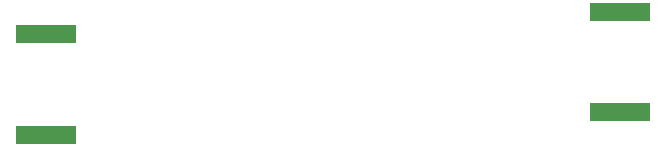
<source format=gbp>
G04 #@! TF.GenerationSoftware,KiCad,Pcbnew,7.0.10*
G04 #@! TF.CreationDate,2024-04-22T16:42:47-07:00*
G04 #@! TF.ProjectId,powerAmp,706f7765-7241-46d7-902e-6b696361645f,rev?*
G04 #@! TF.SameCoordinates,Original*
G04 #@! TF.FileFunction,Paste,Bot*
G04 #@! TF.FilePolarity,Positive*
%FSLAX46Y46*%
G04 Gerber Fmt 4.6, Leading zero omitted, Abs format (unit mm)*
G04 Created by KiCad (PCBNEW 7.0.10) date 2024-04-22 16:42:47*
%MOMM*%
%LPD*%
G01*
G04 APERTURE LIST*
%ADD10R,5.080000X1.500000*%
G04 APERTURE END LIST*
D10*
X117092500Y-117730000D03*
X117092500Y-126230000D03*
X68480000Y-128130000D03*
X68480000Y-119630000D03*
M02*

</source>
